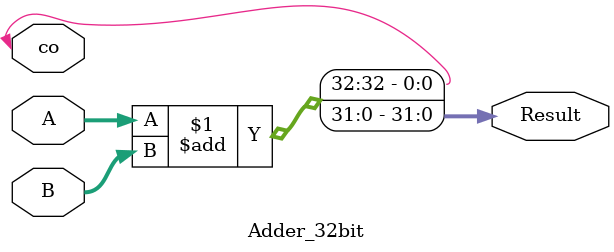
<source format=v>
module Adder_32bit(A, B, co, Result);
input [31:0] A;
input [31:0] B;
input co;
output [31:0] Result;

	assign {co, Result} = A + B;

endmodule 
</source>
